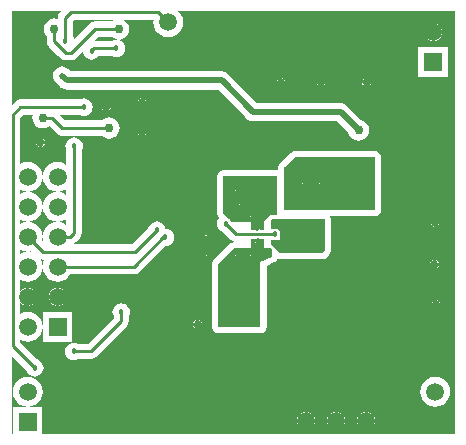
<source format=gbl>
G04 Layer_Physical_Order=2*
G04 Layer_Color=16711680*
%FSLAX44Y44*%
%MOMM*%
G71*
G01*
G75*
%ADD25C,0.5080*%
%ADD26C,0.2540*%
%ADD33C,0.7620*%
%ADD34C,0.4572*%
%ADD35C,1.5000*%
%ADD36R,1.5000X1.5000*%
%ADD37R,1.5000X1.5000*%
%ADD38C,0.6000*%
G36*
X382337Y7045D02*
X32646D01*
Y30233D01*
X7486D01*
Y7045D01*
X7045D01*
Y73334D01*
X19026Y61353D01*
X19728Y59658D01*
X20909Y58120D01*
X22447Y56939D01*
X24239Y56197D01*
X26162Y55943D01*
X28085Y56197D01*
X29877Y56939D01*
X31416Y58120D01*
X32596Y59658D01*
X33338Y61450D01*
X33592Y63373D01*
X33338Y65296D01*
X32596Y67088D01*
X31416Y68626D01*
X29877Y69807D01*
X28182Y70509D01*
X13840Y84851D01*
Y87133D01*
X16782Y85915D01*
X20066Y85483D01*
X23350Y85915D01*
X26410Y87182D01*
X29038Y89199D01*
X31055Y91827D01*
X32322Y94887D01*
X32754Y98171D01*
X32322Y101455D01*
X31055Y104515D01*
X29038Y107143D01*
X26410Y109160D01*
X23350Y110427D01*
X20066Y110859D01*
X16782Y110427D01*
X13840Y109209D01*
Y119364D01*
X14717Y118222D01*
X16284Y117020D01*
X18108Y116264D01*
X18796Y116173D01*
Y123571D01*
Y130969D01*
X18108Y130878D01*
X16284Y130122D01*
X14717Y128920D01*
X13840Y127778D01*
Y137933D01*
X16782Y136715D01*
X20066Y136283D01*
X23350Y136715D01*
X26410Y137982D01*
X29038Y139999D01*
X31055Y142627D01*
X32322Y145687D01*
X32754Y148971D01*
X32322Y152255D01*
X31055Y155315D01*
X31038Y155337D01*
X33020Y154943D01*
X34323D01*
X33210Y152255D01*
X32778Y148971D01*
X33210Y145687D01*
X34477Y142627D01*
X36494Y139999D01*
X39122Y137982D01*
X42182Y136715D01*
X45466Y136283D01*
X48750Y136715D01*
X51810Y137982D01*
X54438Y139999D01*
X56355Y142497D01*
X109982D01*
X112460Y142989D01*
X114560Y144393D01*
X136607Y166439D01*
X136652Y166433D01*
X138575Y166687D01*
X140367Y167429D01*
X141905Y168610D01*
X143086Y170148D01*
X143828Y171940D01*
X144082Y173863D01*
X143828Y175786D01*
X143086Y177578D01*
X141905Y179116D01*
X140367Y180297D01*
X138575Y181039D01*
X136797Y181273D01*
X136716Y181882D01*
X135974Y183674D01*
X134794Y185212D01*
X133255Y186393D01*
X131463Y187135D01*
X129540Y187389D01*
X127617Y187135D01*
X125825Y186393D01*
X124286Y185212D01*
X123106Y183674D01*
X122404Y181979D01*
X108316Y167891D01*
X56351D01*
X56395Y167948D01*
X58612Y168389D01*
X60712Y169793D01*
X64014Y173095D01*
X65418Y175195D01*
X65910Y177673D01*
Y247461D01*
X66612Y249156D01*
X66866Y251079D01*
X66612Y253002D01*
X65870Y254794D01*
X64689Y256332D01*
X63151Y257513D01*
X61359Y258255D01*
X59436Y258509D01*
X57513Y258255D01*
X55721Y257513D01*
X54183Y256332D01*
X53002Y254794D01*
X52260Y253002D01*
X52006Y251079D01*
X52260Y249156D01*
X52962Y247461D01*
Y235276D01*
X51810Y236160D01*
X48750Y237427D01*
X45466Y237859D01*
X42182Y237427D01*
X39122Y236160D01*
X36494Y234143D01*
X34477Y231515D01*
X33210Y228455D01*
X32778Y225171D01*
X33210Y221887D01*
X34477Y218827D01*
X36494Y216199D01*
X39122Y214182D01*
X42182Y212915D01*
X45466Y212482D01*
X48750Y212915D01*
X51810Y214182D01*
X52962Y215066D01*
Y209876D01*
X51810Y210760D01*
X48750Y212027D01*
X45466Y212460D01*
X42182Y212027D01*
X39122Y210760D01*
X36494Y208743D01*
X34477Y206115D01*
X33210Y203055D01*
X32778Y199771D01*
X33210Y196487D01*
X34477Y193427D01*
X36494Y190799D01*
X39122Y188782D01*
X42182Y187515D01*
X45466Y187083D01*
X48750Y187515D01*
X51810Y188782D01*
X52962Y189666D01*
Y184476D01*
X51810Y185360D01*
X48750Y186627D01*
X45466Y187059D01*
X42182Y186627D01*
X39122Y185360D01*
X36494Y183343D01*
X34477Y180715D01*
X33210Y177655D01*
X32778Y174371D01*
X33210Y171087D01*
X33707Y169886D01*
X32344Y171250D01*
X32754Y174371D01*
X32322Y177655D01*
X31055Y180715D01*
X29038Y183343D01*
X26410Y185360D01*
X23350Y186627D01*
X20066Y187059D01*
X16782Y186627D01*
X13840Y185409D01*
Y188733D01*
X16782Y187515D01*
X20066Y187083D01*
X23350Y187515D01*
X26410Y188782D01*
X29038Y190799D01*
X31055Y193427D01*
X32322Y196487D01*
X32754Y199771D01*
X32322Y203055D01*
X31055Y206115D01*
X29038Y208743D01*
X26410Y210760D01*
X23350Y212027D01*
X20066Y212460D01*
X16782Y212027D01*
X13840Y210809D01*
Y214133D01*
X16782Y212915D01*
X20066Y212482D01*
X23350Y212915D01*
X26410Y214182D01*
X29038Y216199D01*
X31055Y218827D01*
X32322Y221887D01*
X32754Y225171D01*
X32322Y228455D01*
X31055Y231515D01*
X29038Y234143D01*
X26410Y236160D01*
X23350Y237427D01*
X20066Y237859D01*
X16782Y237427D01*
X13840Y236209D01*
Y274813D01*
X16704Y277677D01*
X24293D01*
X24232Y277530D01*
X23926Y275209D01*
X24232Y272888D01*
X25128Y270726D01*
X26553Y268869D01*
X28410Y267444D01*
X30572Y266548D01*
X32893Y266242D01*
X35214Y266548D01*
X37376Y267444D01*
X38292Y268146D01*
X44571Y261868D01*
X46671Y260464D01*
X49149Y259972D01*
X82861D01*
X84544Y258681D01*
X86706Y257785D01*
X89027Y257479D01*
X91348Y257785D01*
X93510Y258681D01*
X95367Y260106D01*
X96792Y261963D01*
X97688Y264125D01*
X97994Y266446D01*
X97688Y268767D01*
X96792Y270929D01*
X95367Y272786D01*
X93510Y274211D01*
X91348Y275107D01*
X89027Y275413D01*
X86706Y275107D01*
X84544Y274211D01*
X82861Y272920D01*
X51831D01*
X47074Y277677D01*
X64148D01*
X65843Y276975D01*
X67766Y276721D01*
X69689Y276975D01*
X71481Y277717D01*
X73019Y278898D01*
X74200Y280436D01*
X74942Y282228D01*
X75195Y284151D01*
X74942Y286074D01*
X74200Y287866D01*
X73019Y289405D01*
X71481Y290585D01*
X69689Y291327D01*
X67766Y291581D01*
X65843Y291327D01*
X64148Y290625D01*
X14022D01*
X11544Y290133D01*
X9444Y288729D01*
X7045Y286331D01*
Y365700D01*
X48569D01*
X47365Y364496D01*
X45961Y362396D01*
X45469Y359918D01*
Y358677D01*
X44866Y358927D01*
X42545Y359233D01*
X40224Y358927D01*
X38062Y358031D01*
X36205Y356606D01*
X34780Y354749D01*
X33884Y352587D01*
X33578Y350266D01*
X33884Y347945D01*
X34780Y345783D01*
X36071Y344100D01*
Y340000D01*
X36563Y337523D01*
X37967Y335422D01*
X46393Y326996D01*
X46358Y327019D01*
X45466Y327197D01*
X44574Y327019D01*
X43818Y326514D01*
X43565Y326136D01*
X45466D01*
Y324866D01*
X46736D01*
Y322965D01*
X47114Y323218D01*
X47619Y323974D01*
X47797Y324866D01*
X47619Y325758D01*
X47596Y325793D01*
X47767Y325622D01*
X49868Y324218D01*
X52345Y323726D01*
X56642D01*
X59120Y324218D01*
X61220Y325622D01*
X66821Y331223D01*
X66992Y329928D01*
X67734Y328136D01*
X68914Y326598D01*
X70453Y325417D01*
X72245Y324675D01*
X74168Y324421D01*
X76091Y324675D01*
X77883Y325417D01*
X79422Y326598D01*
X80044Y327409D01*
X91632D01*
X93327Y326707D01*
X95250Y326453D01*
X97173Y326707D01*
X98965Y327449D01*
X100504Y328629D01*
X101684Y330168D01*
X102426Y331960D01*
X102680Y333883D01*
X102426Y335806D01*
X101684Y337598D01*
X100504Y339137D01*
X98965Y340317D01*
X97173Y341059D01*
X95250Y341313D01*
X93327Y341059D01*
X91632Y340357D01*
X76200D01*
X75895Y340297D01*
X79390Y343792D01*
X91116D01*
X92799Y342501D01*
X94961Y341605D01*
X97282Y341299D01*
X99603Y341605D01*
X101765Y342501D01*
X103622Y343926D01*
X105047Y345783D01*
X105943Y347945D01*
X106249Y350266D01*
X105943Y352587D01*
X105047Y354749D01*
X103622Y356606D01*
X101952Y357889D01*
X126755D01*
X126503Y355981D01*
X126936Y352697D01*
X128203Y349637D01*
X130220Y347009D01*
X132848Y344992D01*
X135908Y343725D01*
X139192Y343293D01*
X142476Y343725D01*
X145536Y344992D01*
X148164Y347009D01*
X150181Y349637D01*
X151448Y352697D01*
X151881Y355981D01*
X151448Y359265D01*
X150181Y362325D01*
X148164Y364953D01*
X147191Y365700D01*
X382337D01*
Y7045D01*
D02*
G37*
G36*
X91116Y356740D02*
X76708D01*
X74230Y356248D01*
X72130Y354844D01*
X59172Y341886D01*
X59119Y342283D01*
X58417Y343978D01*
Y357236D01*
X59070Y357889D01*
X92612D01*
X91116Y356740D01*
D02*
G37*
G36*
X16782Y162115D02*
X20066Y161682D01*
X23187Y162093D01*
X24551Y160730D01*
X23350Y161227D01*
X20066Y161660D01*
X16782Y161227D01*
X13840Y160009D01*
Y163333D01*
X16782Y162115D01*
D02*
G37*
%LPC*%
G36*
X172092Y363481D02*
X165862D01*
Y357251D01*
X172092D01*
Y363481D01*
D02*
G37*
G36*
X163322D02*
X157092D01*
Y357251D01*
X163322D01*
Y363481D01*
D02*
G37*
G36*
X364744Y354996D02*
Y348869D01*
X370872D01*
X370781Y349557D01*
X370025Y351381D01*
X368823Y352948D01*
X367256Y354150D01*
X365432Y354906D01*
X364744Y354996D01*
D02*
G37*
G36*
X362204D02*
X361516Y354906D01*
X359692Y354150D01*
X358125Y352948D01*
X356923Y351381D01*
X356167Y349557D01*
X356077Y348869D01*
X362204D01*
Y354996D01*
D02*
G37*
G36*
X172092Y354711D02*
X165862D01*
Y348481D01*
X172092D01*
Y354711D01*
D02*
G37*
G36*
X163322D02*
X157092D01*
Y348481D01*
X163322D01*
Y354711D01*
D02*
G37*
G36*
X370872Y346329D02*
X364744D01*
Y340201D01*
X365432Y340292D01*
X367256Y341048D01*
X368823Y342250D01*
X370025Y343817D01*
X370781Y345641D01*
X370872Y346329D01*
D02*
G37*
G36*
X362204D02*
X356077D01*
X356167Y345641D01*
X356923Y343817D01*
X358125Y342250D01*
X359692Y341048D01*
X361516Y340292D01*
X362204Y340201D01*
Y346329D01*
D02*
G37*
G36*
X44196Y323596D02*
X43565D01*
X43818Y323218D01*
X44196Y322965D01*
Y323596D01*
D02*
G37*
G36*
X376054Y334779D02*
X350894D01*
Y309619D01*
X376054D01*
Y334779D01*
D02*
G37*
G36*
X308356Y309067D02*
Y306705D01*
X310718D01*
X310675Y306922D01*
X309833Y308182D01*
X308573Y309024D01*
X308356Y309067D01*
D02*
G37*
G36*
X305816D02*
X305599Y309024D01*
X304339Y308182D01*
X303497Y306922D01*
X303454Y306705D01*
X305816D01*
Y309067D01*
D02*
G37*
G36*
X269621D02*
Y306705D01*
X271983D01*
X271940Y306922D01*
X271098Y308182D01*
X269838Y309024D01*
X269621Y309067D01*
D02*
G37*
G36*
X267081D02*
X266864Y309024D01*
X265604Y308182D01*
X264762Y306922D01*
X264719Y306705D01*
X267081D01*
Y309067D01*
D02*
G37*
G36*
X235712Y308559D02*
Y306197D01*
X238074D01*
X238031Y306414D01*
X237189Y307674D01*
X235929Y308516D01*
X235712Y308559D01*
D02*
G37*
G36*
X233172D02*
X232955Y308516D01*
X231695Y307674D01*
X230853Y306414D01*
X230810Y306197D01*
X233172D01*
Y308559D01*
D02*
G37*
G36*
X310718Y304165D02*
X308356D01*
Y301803D01*
X308573Y301846D01*
X309833Y302688D01*
X310675Y303948D01*
X310718Y304165D01*
D02*
G37*
G36*
X305816D02*
X303454D01*
X303497Y303948D01*
X304339Y302688D01*
X305599Y301846D01*
X305816Y301803D01*
Y304165D01*
D02*
G37*
G36*
X271983D02*
X269621D01*
Y301803D01*
X269838Y301846D01*
X271098Y302688D01*
X271940Y303948D01*
X271983Y304165D01*
D02*
G37*
G36*
X267081D02*
X264719D01*
X264762Y303948D01*
X265604Y302688D01*
X266864Y301846D01*
X267081Y301803D01*
Y304165D01*
D02*
G37*
G36*
X238074Y303657D02*
X235712D01*
Y301295D01*
X235929Y301338D01*
X237189Y302180D01*
X238031Y303440D01*
X238074Y303657D01*
D02*
G37*
G36*
X233172D02*
X230810D01*
X230853Y303440D01*
X231695Y302180D01*
X232955Y301338D01*
X233172Y301295D01*
Y303657D01*
D02*
G37*
G36*
X118364Y291668D02*
Y289306D01*
X120726D01*
X120683Y289523D01*
X119841Y290783D01*
X118581Y291625D01*
X118364Y291668D01*
D02*
G37*
G36*
X115824D02*
X115607Y291625D01*
X114347Y290783D01*
X113505Y289523D01*
X113462Y289306D01*
X115824D01*
Y291668D01*
D02*
G37*
G36*
X87884Y287985D02*
Y285623D01*
X90246D01*
X90203Y285840D01*
X89361Y287100D01*
X88101Y287942D01*
X87884Y287985D01*
D02*
G37*
G36*
X85344D02*
X85127Y287942D01*
X83867Y287100D01*
X83025Y285840D01*
X82982Y285623D01*
X85344D01*
Y287985D01*
D02*
G37*
G36*
X120726Y286766D02*
X118364D01*
Y284404D01*
X118581Y284447D01*
X119841Y285289D01*
X120683Y286549D01*
X120726Y286766D01*
D02*
G37*
G36*
X115824D02*
X113462D01*
X113505Y286549D01*
X114347Y285289D01*
X115607Y284447D01*
X115824Y284404D01*
Y286766D01*
D02*
G37*
G36*
X90246Y283083D02*
X87884D01*
Y280721D01*
X88101Y280764D01*
X89361Y281606D01*
X90203Y282866D01*
X90246Y283083D01*
D02*
G37*
G36*
X85344D02*
X82982D01*
X83025Y282866D01*
X83867Y281606D01*
X85127Y280764D01*
X85344Y280721D01*
Y283083D01*
D02*
G37*
G36*
X118237Y266649D02*
Y264287D01*
X120599D01*
X120556Y264504D01*
X119714Y265764D01*
X118454Y266606D01*
X118237Y266649D01*
D02*
G37*
G36*
X115697D02*
X115480Y266606D01*
X114220Y265764D01*
X113378Y264504D01*
X113335Y264287D01*
X115697D01*
Y266649D01*
D02*
G37*
G36*
X120599Y261747D02*
X118237D01*
Y259385D01*
X118454Y259428D01*
X119714Y260270D01*
X120556Y261530D01*
X120599Y261747D01*
D02*
G37*
G36*
X115697D02*
X113335D01*
X113378Y261530D01*
X114220Y260270D01*
X115480Y259428D01*
X115697Y259385D01*
Y261747D01*
D02*
G37*
G36*
X49142Y318589D02*
X47153Y318327D01*
X45299Y317559D01*
X43707Y316338D01*
X42486Y314746D01*
X41718Y312892D01*
X41456Y310903D01*
X41718Y308914D01*
X42486Y307060D01*
X43707Y305468D01*
X47905Y301270D01*
X47905Y301270D01*
X48597Y300740D01*
X49497Y300049D01*
X51351Y299281D01*
X53340Y299019D01*
X53340Y299019D01*
X181220D01*
X204029Y276210D01*
X204037Y276192D01*
X205258Y274600D01*
X206850Y273379D01*
X208704Y272611D01*
X210693Y272349D01*
X281804D01*
X291677Y262477D01*
X291694Y262347D01*
X292590Y260185D01*
X294015Y258328D01*
X295872Y256903D01*
X298034Y256007D01*
X300355Y255701D01*
X302676Y256007D01*
X304838Y256903D01*
X306695Y258328D01*
X308120Y260185D01*
X309016Y262347D01*
X309322Y264668D01*
X309016Y266989D01*
X308120Y269151D01*
X306695Y271008D01*
X304838Y272433D01*
X302676Y273329D01*
X302546Y273346D01*
X290423Y285470D01*
X288831Y286691D01*
X288288Y286916D01*
X286977Y287459D01*
X284988Y287721D01*
X214258D01*
X189839Y312140D01*
X188247Y313361D01*
X187704Y313586D01*
X186393Y314129D01*
X184404Y314391D01*
X56524D01*
X54577Y316338D01*
X52985Y317559D01*
X51131Y318327D01*
X49142Y318589D01*
D02*
G37*
G36*
X32131Y257886D02*
Y255524D01*
X34493D01*
X34450Y255741D01*
X33608Y257001D01*
X32348Y257843D01*
X32131Y257886D01*
D02*
G37*
G36*
X29591D02*
X29374Y257843D01*
X28114Y257001D01*
X27272Y255741D01*
X27229Y255524D01*
X29591D01*
Y257886D01*
D02*
G37*
G36*
X34493Y252984D02*
X32131D01*
Y250622D01*
X32348Y250665D01*
X33608Y251507D01*
X34450Y252767D01*
X34493Y252984D01*
D02*
G37*
G36*
X29591D02*
X27229D01*
X27272Y252767D01*
X28114Y251507D01*
X29374Y250665D01*
X29591Y250622D01*
Y252984D01*
D02*
G37*
G36*
X246380Y247115D02*
X244398Y246720D01*
X242717Y245597D01*
X234081Y236961D01*
X233827Y236707D01*
X232705Y235027D01*
X232311Y233045D01*
Y230422D01*
X231394Y230604D01*
X185870D01*
X183888Y230210D01*
X182208Y229088D01*
X181085Y227407D01*
X180690Y225425D01*
X180690Y194241D01*
D01*
Y194241D01*
X181085Y192259D01*
X181535Y191586D01*
X182208Y190578D01*
X182208Y190578D01*
X182250Y190536D01*
X181272Y189262D01*
X180530Y187470D01*
X180276Y185547D01*
X180530Y183624D01*
X181272Y181832D01*
X182453Y180294D01*
X183991Y179113D01*
X185686Y178411D01*
X192272Y171825D01*
X194372Y170421D01*
X196850Y169929D01*
X204116D01*
Y169645D01*
X194564D01*
X192582Y169250D01*
X190902Y168127D01*
X177948Y155174D01*
X176825Y153493D01*
X176430Y151511D01*
Y97790D01*
X176825Y95808D01*
X177948Y94128D01*
X179628Y93005D01*
X181610Y92611D01*
X217170D01*
X219152Y93005D01*
X220833Y94128D01*
X221955Y95808D01*
X222349Y97790D01*
Y149678D01*
X228937Y152625D01*
X229703Y153168D01*
X230485Y153691D01*
X230525Y153752D01*
X230585Y153794D01*
X231085Y154590D01*
X231607Y155371D01*
X231622Y155443D01*
X231661Y155506D01*
X231689Y155669D01*
X232664Y155476D01*
X269494D01*
X271476Y155870D01*
X273157Y156993D01*
X275189Y159024D01*
X276311Y160705D01*
X276705Y162687D01*
Y189611D01*
X276311Y191593D01*
X276005Y192052D01*
X311792D01*
X311962Y191938D01*
X313944Y191544D01*
X315926Y191938D01*
X317607Y193060D01*
X317861Y193314D01*
X318983Y194995D01*
X319377Y196977D01*
Y241935D01*
X318983Y243917D01*
X317861Y245597D01*
X316180Y246720D01*
X314198Y247115D01*
X246380D01*
X246380Y247115D01*
D02*
G37*
G36*
X366395Y190322D02*
Y187960D01*
X368757D01*
X368714Y188177D01*
X367872Y189437D01*
X366612Y190279D01*
X366395Y190322D01*
D02*
G37*
G36*
X363855D02*
X363638Y190279D01*
X362378Y189437D01*
X361536Y188177D01*
X361493Y187960D01*
X363855D01*
Y190322D01*
D02*
G37*
G36*
X368757Y185420D02*
X366395D01*
Y183058D01*
X366612Y183101D01*
X367872Y183943D01*
X368714Y185203D01*
X368757Y185420D01*
D02*
G37*
G36*
X363855D02*
X361493D01*
X361536Y185203D01*
X362378Y183943D01*
X363638Y183101D01*
X363855Y183058D01*
Y185420D01*
D02*
G37*
G36*
X170180Y180179D02*
Y178689D01*
X171670D01*
X171073Y179582D01*
X170180Y180179D01*
D02*
G37*
G36*
X167640D02*
X166747Y179582D01*
X166150Y178689D01*
X167640D01*
Y180179D01*
D02*
G37*
G36*
X171670Y176149D02*
X170180D01*
Y174660D01*
X171073Y175256D01*
X171670Y176149D01*
D02*
G37*
G36*
X167640D02*
X166150D01*
X166747Y175256D01*
X167640Y174660D01*
Y176149D01*
D02*
G37*
G36*
X180095Y162048D02*
Y161417D01*
X180725D01*
X180473Y161795D01*
X180095Y162048D01*
D02*
G37*
G36*
X177554D02*
X177176Y161795D01*
X176924Y161417D01*
X177554D01*
Y162048D01*
D02*
G37*
G36*
X171073D02*
Y161417D01*
X171704D01*
X171451Y161795D01*
X171073Y162048D01*
D02*
G37*
G36*
X168533D02*
X168155Y161795D01*
X167903Y161417D01*
X168533D01*
Y162048D01*
D02*
G37*
G36*
X180725Y158877D02*
X180095D01*
Y158246D01*
X180473Y158499D01*
X180725Y158877D01*
D02*
G37*
G36*
X177554D02*
X176924D01*
X177176Y158499D01*
X177554Y158246D01*
Y158877D01*
D02*
G37*
G36*
X171704D02*
X171073D01*
Y158246D01*
X171451Y158499D01*
X171704Y158877D01*
D02*
G37*
G36*
X168533D02*
X167903D01*
X168155Y158499D01*
X168533Y158246D01*
Y158877D01*
D02*
G37*
G36*
X170819Y153920D02*
Y153289D01*
X171450D01*
X171197Y153667D01*
X170819Y153920D01*
D02*
G37*
G36*
X168279D02*
X167901Y153667D01*
X167649Y153289D01*
X168279D01*
Y153920D01*
D02*
G37*
G36*
X365633Y154381D02*
Y152019D01*
X367995D01*
X367952Y152236D01*
X367110Y153496D01*
X365850Y154338D01*
X365633Y154381D01*
D02*
G37*
G36*
X363093D02*
X362876Y154338D01*
X361616Y153496D01*
X360774Y152236D01*
X360731Y152019D01*
X363093D01*
Y154381D01*
D02*
G37*
G36*
X171450Y150749D02*
X170819D01*
Y150118D01*
X171197Y150371D01*
X171450Y150749D01*
D02*
G37*
G36*
X168279D02*
X167649D01*
X167901Y150371D01*
X168279Y150118D01*
Y150749D01*
D02*
G37*
G36*
X367995Y149479D02*
X365633D01*
Y147117D01*
X365850Y147160D01*
X367110Y148002D01*
X367952Y149262D01*
X367995Y149479D01*
D02*
G37*
G36*
X363093D02*
X360731D01*
X360774Y149262D01*
X361616Y148002D01*
X362876Y147160D01*
X363093Y147117D01*
Y149479D01*
D02*
G37*
G36*
X171073Y145538D02*
Y144907D01*
X171704D01*
X171451Y145285D01*
X171073Y145538D01*
D02*
G37*
G36*
X168533D02*
X168155Y145285D01*
X167903Y144907D01*
X168533D01*
Y145538D01*
D02*
G37*
G36*
X171704Y142367D02*
X171073D01*
Y141736D01*
X171451Y141989D01*
X171704Y142367D01*
D02*
G37*
G36*
X168533D02*
X167903D01*
X168155Y141989D01*
X168533Y141736D01*
Y142367D01*
D02*
G37*
G36*
X46736Y130969D02*
Y124841D01*
X52863D01*
X52773Y125529D01*
X52017Y127353D01*
X50815Y128920D01*
X49248Y130122D01*
X47424Y130878D01*
X46736Y130969D01*
D02*
G37*
G36*
X21336D02*
Y124841D01*
X27464D01*
X27373Y125529D01*
X26617Y127353D01*
X25415Y128920D01*
X23848Y130122D01*
X22024Y130878D01*
X21336Y130969D01*
D02*
G37*
G36*
X44196D02*
X43508Y130878D01*
X41684Y130122D01*
X40117Y128920D01*
X38915Y127353D01*
X38159Y125529D01*
X38068Y124841D01*
X44196D01*
Y130969D01*
D02*
G37*
G36*
X367030Y120599D02*
Y118237D01*
X369392D01*
X369349Y118454D01*
X368507Y119714D01*
X367247Y120556D01*
X367030Y120599D01*
D02*
G37*
G36*
X364490D02*
X364273Y120556D01*
X363013Y119714D01*
X362171Y118454D01*
X362128Y118237D01*
X364490D01*
Y120599D01*
D02*
G37*
G36*
X52863Y122301D02*
X46736D01*
Y116173D01*
X47424Y116264D01*
X49248Y117020D01*
X50815Y118222D01*
X52017Y119789D01*
X52773Y121613D01*
X52863Y122301D01*
D02*
G37*
G36*
X27464D02*
X21336D01*
Y116173D01*
X22024Y116264D01*
X23848Y117020D01*
X25415Y118222D01*
X26617Y119789D01*
X27373Y121613D01*
X27464Y122301D01*
D02*
G37*
G36*
X44196D02*
X38068D01*
X38159Y121613D01*
X38915Y119789D01*
X40117Y118222D01*
X41684Y117020D01*
X43508Y116264D01*
X44196Y116173D01*
Y122301D01*
D02*
G37*
G36*
X369392Y115697D02*
X367030D01*
Y113335D01*
X367247Y113378D01*
X368507Y114220D01*
X369349Y115480D01*
X369392Y115697D01*
D02*
G37*
G36*
X364490D02*
X362128D01*
X362171Y115480D01*
X363013Y114220D01*
X364273Y113378D01*
X364490Y113335D01*
Y115697D01*
D02*
G37*
G36*
X165227Y103708D02*
Y101346D01*
X167589D01*
X167546Y101563D01*
X166704Y102823D01*
X165444Y103665D01*
X165227Y103708D01*
D02*
G37*
G36*
X162687D02*
X162470Y103665D01*
X161210Y102823D01*
X160368Y101563D01*
X160325Y101346D01*
X162687D01*
Y103708D01*
D02*
G37*
G36*
X167589Y98806D02*
X165227D01*
Y96444D01*
X165444Y96487D01*
X166704Y97329D01*
X167546Y98589D01*
X167589Y98806D01*
D02*
G37*
G36*
X162687D02*
X160325D01*
X160368Y98589D01*
X161210Y97329D01*
X162470Y96487D01*
X162687Y96444D01*
Y98806D01*
D02*
G37*
G36*
X58046Y110751D02*
X32886D01*
Y85591D01*
X58046D01*
Y110751D01*
D02*
G37*
G36*
X99314Y118047D02*
X97391Y117793D01*
X95599Y117051D01*
X94060Y115871D01*
X92880Y114332D01*
X92138Y112540D01*
X91884Y110617D01*
X92138Y108694D01*
X92840Y106999D01*
Y105679D01*
X70978Y83817D01*
X62800D01*
X61105Y84519D01*
X59182Y84773D01*
X57259Y84519D01*
X55467Y83777D01*
X53928Y82597D01*
X52748Y81058D01*
X52006Y79266D01*
X51752Y77343D01*
X52006Y75420D01*
X52748Y73628D01*
X53928Y72090D01*
X55467Y70909D01*
X57259Y70167D01*
X59182Y69913D01*
X61105Y70167D01*
X62800Y70869D01*
X73660D01*
X76138Y71361D01*
X78238Y72765D01*
X103892Y98419D01*
X105296Y100519D01*
X105788Y102997D01*
Y106999D01*
X106490Y108694D01*
X106744Y110617D01*
X106490Y112540D01*
X105748Y114332D01*
X104567Y115871D01*
X103029Y117051D01*
X101237Y117793D01*
X99314Y118047D01*
D02*
G37*
G36*
X365252Y55995D02*
X361968Y55563D01*
X358908Y54296D01*
X356280Y52279D01*
X354263Y49651D01*
X352996Y46591D01*
X352564Y43307D01*
X352996Y40023D01*
X354263Y36963D01*
X356280Y34335D01*
X358908Y32318D01*
X361968Y31051D01*
X365252Y30619D01*
X368536Y31051D01*
X371596Y32318D01*
X374224Y34335D01*
X376241Y36963D01*
X377508Y40023D01*
X377940Y43307D01*
X377508Y46591D01*
X376241Y49651D01*
X374224Y52279D01*
X371596Y54296D01*
X368536Y55563D01*
X365252Y55995D01*
D02*
G37*
G36*
X20066Y55742D02*
X16782Y55309D01*
X13722Y54042D01*
X11094Y52025D01*
X9077Y49397D01*
X7810Y46337D01*
X7377Y43053D01*
X7810Y39769D01*
X9077Y36709D01*
X11094Y34081D01*
X13722Y32064D01*
X16782Y30797D01*
X20066Y30364D01*
X23350Y30797D01*
X26410Y32064D01*
X29038Y34081D01*
X31055Y36709D01*
X32322Y39769D01*
X32754Y43053D01*
X32322Y46337D01*
X31055Y49397D01*
X29038Y52025D01*
X26410Y54042D01*
X23350Y55309D01*
X20066Y55742D01*
D02*
G37*
G36*
X307848Y26067D02*
Y19939D01*
X313976D01*
X313885Y20627D01*
X313129Y22451D01*
X311927Y24018D01*
X310360Y25220D01*
X308536Y25976D01*
X307848Y26067D01*
D02*
G37*
G36*
X305308D02*
X304620Y25976D01*
X302796Y25220D01*
X301229Y24018D01*
X300027Y22451D01*
X299271Y20627D01*
X299181Y19939D01*
X305308D01*
Y26067D01*
D02*
G37*
G36*
X282448D02*
Y19939D01*
X288575D01*
X288485Y20627D01*
X287729Y22451D01*
X286527Y24018D01*
X284960Y25220D01*
X283136Y25976D01*
X282448Y26067D01*
D02*
G37*
G36*
X279908D02*
X279220Y25976D01*
X277396Y25220D01*
X275829Y24018D01*
X274627Y22451D01*
X273871Y20627D01*
X273780Y19939D01*
X279908D01*
Y26067D01*
D02*
G37*
G36*
X257048D02*
Y19939D01*
X263176D01*
X263085Y20627D01*
X262329Y22451D01*
X261127Y24018D01*
X259560Y25220D01*
X257736Y25976D01*
X257048Y26067D01*
D02*
G37*
G36*
X254508D02*
X253820Y25976D01*
X251996Y25220D01*
X250429Y24018D01*
X249227Y22451D01*
X248471Y20627D01*
X248381Y19939D01*
X254508D01*
Y26067D01*
D02*
G37*
G36*
X237878Y26169D02*
X231648D01*
Y19939D01*
X237878D01*
Y26169D01*
D02*
G37*
G36*
X229108D02*
X222878D01*
Y19939D01*
X229108D01*
Y26169D01*
D02*
G37*
G36*
X372752Y25407D02*
X366522D01*
Y19177D01*
X372752D01*
Y25407D01*
D02*
G37*
G36*
X363982D02*
X357752D01*
Y19177D01*
X363982D01*
Y25407D01*
D02*
G37*
G36*
X313976Y17399D02*
X307848D01*
Y11272D01*
X308536Y11362D01*
X310360Y12118D01*
X311927Y13320D01*
X313129Y14887D01*
X313885Y16711D01*
X313976Y17399D01*
D02*
G37*
G36*
X305308D02*
X299181D01*
X299271Y16711D01*
X300027Y14887D01*
X301229Y13320D01*
X302796Y12118D01*
X304620Y11362D01*
X305308Y11272D01*
Y17399D01*
D02*
G37*
G36*
X288575D02*
X282448D01*
Y11272D01*
X283136Y11362D01*
X284960Y12118D01*
X286527Y13320D01*
X287729Y14887D01*
X288485Y16711D01*
X288575Y17399D01*
D02*
G37*
G36*
X279908D02*
X273780D01*
X273871Y16711D01*
X274627Y14887D01*
X275829Y13320D01*
X277396Y12118D01*
X279220Y11362D01*
X279908Y11272D01*
Y17399D01*
D02*
G37*
G36*
X263176D02*
X257048D01*
Y11272D01*
X257736Y11362D01*
X259560Y12118D01*
X261127Y13320D01*
X262329Y14887D01*
X263085Y16711D01*
X263176Y17399D01*
D02*
G37*
G36*
X254508D02*
X248381D01*
X248471Y16711D01*
X249227Y14887D01*
X250429Y13320D01*
X251996Y12118D01*
X253820Y11362D01*
X254508Y11272D01*
Y17399D01*
D02*
G37*
G36*
X237878D02*
X231648D01*
Y11169D01*
X237878D01*
Y17399D01*
D02*
G37*
G36*
X229108D02*
X222878D01*
Y11169D01*
X229108D01*
Y17399D01*
D02*
G37*
G36*
X372752Y16637D02*
X366522D01*
Y10407D01*
X372752D01*
Y16637D01*
D02*
G37*
G36*
X363982D02*
X357752D01*
Y10407D01*
X363982D01*
Y16637D01*
D02*
G37*
%LPD*%
G36*
X314198Y196977D02*
X313944Y196723D01*
X313436Y197231D01*
X237490D01*
Y197485D01*
Y233045D01*
X237744Y233299D01*
X246380Y241935D01*
X314198D01*
Y196977D01*
D02*
G37*
G36*
X231394Y192659D02*
X225044D01*
X219964Y187579D01*
X220130Y187413D01*
Y180288D01*
X216295D01*
X216531Y180641D01*
X212729D01*
X212965Y180288D01*
X209130D01*
Y185103D01*
X209042Y187071D01*
X193040D01*
X191388Y188723D01*
X191185Y189026D01*
X190882Y189229D01*
X185870Y194241D01*
X185870Y225425D01*
X231394D01*
X231394Y192659D01*
D02*
G37*
G36*
X220130Y167703D02*
Y164553D01*
X225942Y164477D01*
X226822Y163596D01*
Y157353D01*
X217170Y153035D01*
Y97790D01*
X181610D01*
Y151511D01*
X194564Y164465D01*
X209296D01*
Y167537D01*
Y172518D01*
X213192D01*
X213109Y172463D01*
X212856Y172085D01*
X216658D01*
X216405Y172463D01*
X216322Y172518D01*
X220130D01*
Y167703D01*
D02*
G37*
G36*
X271526Y162687D02*
X269494Y160655D01*
X232664D01*
Y161417D01*
X226060Y168021D01*
Y171577D01*
X228633D01*
X229108Y171483D01*
X229583Y171577D01*
X233426D01*
Y172085D01*
Y174179D01*
X233654Y174520D01*
X234028Y176403D01*
X233654Y178286D01*
X233426Y178627D01*
Y179451D01*
X232664Y180213D01*
X231648Y181229D01*
X229583D01*
X229108Y181324D01*
X228633Y181229D01*
X225806D01*
Y188087D01*
X226060Y188341D01*
X227330Y189611D01*
X271526D01*
Y162687D01*
D02*
G37*
%LPC*%
G36*
X302260Y236089D02*
Y235458D01*
X302891D01*
X302638Y235836D01*
X302260Y236089D01*
D02*
G37*
G36*
X299720D02*
X299342Y235836D01*
X299089Y235458D01*
X299720D01*
Y236089D01*
D02*
G37*
G36*
X270002Y235200D02*
Y234569D01*
X270633D01*
X270380Y234947D01*
X270002Y235200D01*
D02*
G37*
G36*
X267462D02*
X267084Y234947D01*
X266831Y234569D01*
X267462D01*
Y235200D01*
D02*
G37*
G36*
X302891Y232918D02*
X302260D01*
Y232287D01*
X302638Y232540D01*
X302891Y232918D01*
D02*
G37*
G36*
X299720D02*
X299089D01*
X299342Y232540D01*
X299720Y232287D01*
Y232918D01*
D02*
G37*
G36*
X270633Y232029D02*
X270002D01*
Y231398D01*
X270380Y231651D01*
X270633Y232029D01*
D02*
G37*
G36*
X267462D02*
X266831D01*
X267084Y231651D01*
X267462Y231398D01*
Y232029D01*
D02*
G37*
G36*
X252603Y223135D02*
Y222504D01*
X253234D01*
X252981Y222882D01*
X252603Y223135D01*
D02*
G37*
G36*
X250063D02*
X249685Y222882D01*
X249432Y222504D01*
X250063D01*
Y223135D01*
D02*
G37*
G36*
X270256Y223008D02*
Y222377D01*
X270887D01*
X270634Y222755D01*
X270256Y223008D01*
D02*
G37*
G36*
X267716D02*
X267338Y222755D01*
X267085Y222377D01*
X267716D01*
Y223008D01*
D02*
G37*
G36*
X253234Y219964D02*
X252603D01*
Y219333D01*
X252981Y219586D01*
X253234Y219964D01*
D02*
G37*
G36*
X250063D02*
X249432D01*
X249685Y219586D01*
X250063Y219333D01*
Y219964D01*
D02*
G37*
G36*
X270887Y219837D02*
X270256D01*
Y219206D01*
X270634Y219459D01*
X270887Y219837D01*
D02*
G37*
G36*
X267716D02*
X267085D01*
X267338Y219459D01*
X267716Y219206D01*
Y219837D01*
D02*
G37*
G36*
X223520Y217420D02*
Y216789D01*
X224151D01*
X223898Y217167D01*
X223520Y217420D01*
D02*
G37*
G36*
X220980D02*
X220602Y217167D01*
X220349Y216789D01*
X220980D01*
Y217420D01*
D02*
G37*
G36*
X210820D02*
Y216789D01*
X211451D01*
X211198Y217167D01*
X210820Y217420D01*
D02*
G37*
G36*
X208280D02*
X207902Y217167D01*
X207649Y216789D01*
X208280D01*
Y217420D01*
D02*
G37*
G36*
X198882Y217166D02*
Y216535D01*
X199513D01*
X199260Y216913D01*
X198882Y217166D01*
D02*
G37*
G36*
X196342D02*
X195964Y216913D01*
X195711Y216535D01*
X196342D01*
Y217166D01*
D02*
G37*
G36*
X224151Y214249D02*
X223520D01*
Y213618D01*
X223898Y213871D01*
X224151Y214249D01*
D02*
G37*
G36*
X220980D02*
X220349D01*
X220602Y213871D01*
X220980Y213618D01*
Y214249D01*
D02*
G37*
G36*
X211451D02*
X210820D01*
Y213618D01*
X211198Y213871D01*
X211451Y214249D01*
D02*
G37*
G36*
X208280D02*
X207649D01*
X207902Y213871D01*
X208280Y213618D01*
Y214249D01*
D02*
G37*
G36*
X199513Y213995D02*
X198882D01*
Y213364D01*
X199260Y213617D01*
X199513Y213995D01*
D02*
G37*
G36*
X196342D02*
X195711D01*
X195964Y213617D01*
X196342Y213364D01*
Y213995D01*
D02*
G37*
G36*
X224028Y205736D02*
Y205105D01*
X224659D01*
X224406Y205483D01*
X224028Y205736D01*
D02*
G37*
G36*
X221488D02*
X221110Y205483D01*
X220857Y205105D01*
X221488D01*
Y205736D01*
D02*
G37*
G36*
X211328D02*
Y205105D01*
X211959D01*
X211706Y205483D01*
X211328Y205736D01*
D02*
G37*
G36*
X208788D02*
X208410Y205483D01*
X208157Y205105D01*
X208788D01*
Y205736D01*
D02*
G37*
G36*
X199390Y205482D02*
Y204851D01*
X200021D01*
X199768Y205229D01*
X199390Y205482D01*
D02*
G37*
G36*
X196850D02*
X196472Y205229D01*
X196219Y204851D01*
X196850D01*
Y205482D01*
D02*
G37*
G36*
X224659Y202565D02*
X224028D01*
Y201934D01*
X224406Y202187D01*
X224659Y202565D01*
D02*
G37*
G36*
X221488D02*
X220857D01*
X221110Y202187D01*
X221488Y201934D01*
Y202565D01*
D02*
G37*
G36*
X211959D02*
X211328D01*
Y201934D01*
X211706Y202187D01*
X211959Y202565D01*
D02*
G37*
G36*
X208788D02*
X208157D01*
X208410Y202187D01*
X208788Y201934D01*
Y202565D01*
D02*
G37*
G36*
X200021Y202311D02*
X199390D01*
Y201680D01*
X199768Y201933D01*
X200021Y202311D01*
D02*
G37*
G36*
X196850D02*
X196219D01*
X196472Y201933D01*
X196850Y201680D01*
Y202311D01*
D02*
G37*
G36*
X199390Y195830D02*
Y195199D01*
X200021D01*
X199768Y195577D01*
X199390Y195830D01*
D02*
G37*
G36*
X196850D02*
X196472Y195577D01*
X196219Y195199D01*
X196850D01*
Y195830D01*
D02*
G37*
G36*
X221488Y195576D02*
Y194945D01*
X222119D01*
X221866Y195323D01*
X221488Y195576D01*
D02*
G37*
G36*
X218948D02*
X218570Y195323D01*
X218317Y194945D01*
X218948D01*
Y195576D01*
D02*
G37*
G36*
X211328Y195322D02*
Y194691D01*
X211959D01*
X211706Y195069D01*
X211328Y195322D01*
D02*
G37*
G36*
X208788D02*
X208410Y195069D01*
X208157Y194691D01*
X208788D01*
Y195322D01*
D02*
G37*
G36*
X200021Y192659D02*
X199390D01*
Y192028D01*
X199768Y192281D01*
X200021Y192659D01*
D02*
G37*
G36*
X196850D02*
X196219D01*
X196472Y192281D01*
X196850Y192028D01*
Y192659D01*
D02*
G37*
G36*
X222119Y192405D02*
X221488D01*
Y191774D01*
X221866Y192027D01*
X222119Y192405D01*
D02*
G37*
G36*
X218948D02*
X218317D01*
X218570Y192027D01*
X218948Y191774D01*
Y192405D01*
D02*
G37*
G36*
X211959Y192151D02*
X211328D01*
Y191520D01*
X211706Y191773D01*
X211959Y192151D01*
D02*
G37*
G36*
X208788D02*
X208157D01*
X208410Y191773D01*
X208788Y191520D01*
Y192151D01*
D02*
G37*
G36*
X215900Y183812D02*
Y183181D01*
X216531D01*
X216278Y183559D01*
X215900Y183812D01*
D02*
G37*
G36*
X213360D02*
X212982Y183559D01*
X212729Y183181D01*
X213360D01*
Y183812D01*
D02*
G37*
G36*
X216658Y169545D02*
X216027D01*
Y168914D01*
X216405Y169167D01*
X216658Y169545D01*
D02*
G37*
G36*
X213487D02*
X212856D01*
X213109Y169167D01*
X213487Y168914D01*
Y169545D01*
D02*
G37*
G36*
X223266Y162556D02*
Y161925D01*
X223897D01*
X223644Y162303D01*
X223266Y162556D01*
D02*
G37*
G36*
X220726D02*
X220348Y162303D01*
X220095Y161925D01*
X220726D01*
Y162556D01*
D02*
G37*
G36*
X211836Y162048D02*
Y161417D01*
X212467D01*
X212214Y161795D01*
X211836Y162048D01*
D02*
G37*
G36*
X209296D02*
X208918Y161795D01*
X208665Y161417D01*
X209296D01*
Y162048D01*
D02*
G37*
G36*
X199136D02*
Y161417D01*
X199767D01*
X199514Y161795D01*
X199136Y162048D01*
D02*
G37*
G36*
X196596D02*
X196218Y161795D01*
X195965Y161417D01*
X196596D01*
Y162048D01*
D02*
G37*
G36*
X223897Y159385D02*
X223266D01*
Y158754D01*
X223644Y159007D01*
X223897Y159385D01*
D02*
G37*
G36*
X220726D02*
X220095D01*
X220348Y159007D01*
X220726Y158754D01*
Y159385D01*
D02*
G37*
G36*
X212467Y158877D02*
X211836D01*
Y158246D01*
X212214Y158499D01*
X212467Y158877D01*
D02*
G37*
G36*
X209296D02*
X208665D01*
X208918Y158499D01*
X209296Y158246D01*
Y158877D01*
D02*
G37*
G36*
X199767D02*
X199136D01*
Y158246D01*
X199514Y158499D01*
X199767Y158877D01*
D02*
G37*
G36*
X196596D02*
X195965D01*
X196218Y158499D01*
X196596Y158246D01*
Y158877D01*
D02*
G37*
G36*
X191901Y153412D02*
Y152781D01*
X192532D01*
X192279Y153159D01*
X191901Y153412D01*
D02*
G37*
G36*
X189361D02*
X188983Y153159D01*
X188731Y152781D01*
X189361D01*
Y153412D01*
D02*
G37*
G36*
X192532Y150241D02*
X191901D01*
Y149610D01*
X192279Y149863D01*
X192532Y150241D01*
D02*
G37*
G36*
X189361D02*
X188731D01*
X188983Y149863D01*
X189361Y149610D01*
Y150241D01*
D02*
G37*
G36*
X191901Y142490D02*
Y141859D01*
X192532D01*
X192279Y142237D01*
X191901Y142490D01*
D02*
G37*
G36*
X189361D02*
X188983Y142237D01*
X188731Y141859D01*
X189361D01*
Y142490D01*
D02*
G37*
G36*
X192532Y139319D02*
X191901D01*
Y138688D01*
X192279Y138941D01*
X192532Y139319D01*
D02*
G37*
G36*
X189361D02*
X188731D01*
X188983Y138941D01*
X189361Y138688D01*
Y139319D01*
D02*
G37*
G36*
X191901Y131314D02*
Y130683D01*
X192532D01*
X192279Y131061D01*
X191901Y131314D01*
D02*
G37*
G36*
X189361D02*
X188983Y131061D01*
X188731Y130683D01*
X189361D01*
Y131314D01*
D02*
G37*
G36*
X192532Y128143D02*
X191901D01*
Y127512D01*
X192279Y127765D01*
X192532Y128143D01*
D02*
G37*
G36*
X189361D02*
X188731D01*
X188983Y127765D01*
X189361Y127512D01*
Y128143D01*
D02*
G37*
G36*
X266954Y166620D02*
Y165989D01*
X267585D01*
X267332Y166367D01*
X266954Y166620D01*
D02*
G37*
G36*
X264414D02*
X264036Y166367D01*
X263783Y165989D01*
X264414D01*
Y166620D01*
D02*
G37*
G36*
X258064D02*
Y165989D01*
X258695D01*
X258442Y166367D01*
X258064Y166620D01*
D02*
G37*
G36*
X255524D02*
X255146Y166367D01*
X254893Y165989D01*
X255524D01*
Y166620D01*
D02*
G37*
G36*
X248920D02*
Y165989D01*
X249551D01*
X249298Y166367D01*
X248920Y166620D01*
D02*
G37*
G36*
X246380D02*
X246002Y166367D01*
X245749Y165989D01*
X246380D01*
Y166620D01*
D02*
G37*
G36*
X237998D02*
Y165989D01*
X238629D01*
X238376Y166367D01*
X237998Y166620D01*
D02*
G37*
G36*
X235458D02*
X235080Y166367D01*
X234827Y165989D01*
X235458D01*
Y166620D01*
D02*
G37*
G36*
X267585Y163449D02*
X266954D01*
Y162818D01*
X267332Y163071D01*
X267585Y163449D01*
D02*
G37*
G36*
X264414D02*
X263783D01*
X264036Y163071D01*
X264414Y162818D01*
Y163449D01*
D02*
G37*
G36*
X258695D02*
X258064D01*
Y162818D01*
X258442Y163071D01*
X258695Y163449D01*
D02*
G37*
G36*
X255524D02*
X254893D01*
X255146Y163071D01*
X255524Y162818D01*
Y163449D01*
D02*
G37*
G36*
X249551D02*
X248920D01*
Y162818D01*
X249298Y163071D01*
X249551Y163449D01*
D02*
G37*
G36*
X246380D02*
X245749D01*
X246002Y163071D01*
X246380Y162818D01*
Y163449D01*
D02*
G37*
G36*
X238629D02*
X237998D01*
Y162818D01*
X238376Y163071D01*
X238629Y163449D01*
D02*
G37*
G36*
X235458D02*
X234827D01*
X235080Y163071D01*
X235458Y162818D01*
Y163449D01*
D02*
G37*
%LPD*%
D25*
X284988Y280035D02*
X300355Y264668D01*
X210693Y280035D02*
X284988D01*
X184404Y306705D02*
X210693Y280416D01*
X49142Y310903D02*
X53340Y306705D01*
X184404D01*
D26*
X99314Y102997D02*
Y110617D01*
X73660Y77343D02*
X99314Y102997D01*
X59182Y77343D02*
X73660D01*
X76708Y350266D02*
X97282D01*
X56642Y330200D02*
X76708Y350266D01*
X52345Y330200D02*
X56642D01*
X42545Y340000D02*
X52345Y330200D01*
X42545Y340000D02*
Y350266D01*
X74168Y331851D02*
X76200Y333883D01*
X51943Y340360D02*
Y359918D01*
X49149Y266446D02*
X89027D01*
X40386Y275209D02*
X49149Y266446D01*
X32893Y275209D02*
X40386D01*
X59436Y177673D02*
Y251079D01*
X45466Y174371D02*
X56134D01*
X59436Y177673D01*
X7366Y277495D02*
X14022Y284151D01*
X7366Y82169D02*
X26162Y63373D01*
X7366Y82169D02*
Y277495D01*
X20066Y174371D02*
X33020Y161417D01*
X110998D01*
X129540Y179959D01*
X45466Y148971D02*
X109982D01*
X135890Y174879D02*
X136652Y174117D01*
Y173863D02*
Y174117D01*
X109982Y148971D02*
X135890Y174879D01*
X76200Y333883D02*
X95250D01*
X56388Y364363D02*
X130810D01*
X139192Y355981D01*
X196850Y176403D02*
X229108D01*
X51943Y359918D02*
X56388Y364363D01*
X14022Y284151D02*
X67766D01*
X187706Y185547D02*
X196850Y176403D01*
D33*
X300355Y264668D02*
D03*
X86614Y284353D02*
D03*
X117094Y288036D02*
D03*
X42545Y350266D02*
D03*
X97282D02*
D03*
X32893Y275209D02*
D03*
X89027Y266446D02*
D03*
X30861Y254254D02*
D03*
X234442Y304927D02*
D03*
X268351Y305435D02*
D03*
X307086D02*
D03*
X365125Y186690D02*
D03*
X364363Y150749D02*
D03*
X365760Y116967D02*
D03*
X163957Y100076D02*
D03*
X116967Y263017D02*
D03*
D34*
X268732Y233299D02*
D03*
X300990Y234188D02*
D03*
X268986Y221107D02*
D03*
X251333Y221234D02*
D03*
X222758Y203835D02*
D03*
X198120Y203581D02*
D03*
X210058Y203835D02*
D03*
X198120Y193929D02*
D03*
X210058Y193421D02*
D03*
X220218Y193675D02*
D03*
X190631Y129413D02*
D03*
Y140589D02*
D03*
Y151511D02*
D03*
X197866Y160147D02*
D03*
X210566D02*
D03*
X221996Y160655D02*
D03*
X209550Y215519D02*
D03*
X197612Y215265D02*
D03*
X222250Y215519D02*
D03*
X236728Y164719D02*
D03*
X247650D02*
D03*
X256794D02*
D03*
X265684D02*
D03*
X169803Y160147D02*
D03*
X178825D02*
D03*
X169549Y152019D02*
D03*
X169803Y143637D02*
D03*
X214630Y181911D02*
D03*
X214757Y170815D02*
D03*
X45466Y324866D02*
D03*
X99314Y110617D02*
D03*
X74168Y331851D02*
D03*
X51943Y340360D02*
D03*
X229108Y176403D02*
D03*
X26162Y63373D02*
D03*
X59436Y251079D02*
D03*
X129540Y179959D02*
D03*
X136652Y173863D02*
D03*
X49142Y310903D02*
D03*
X59182Y77343D02*
D03*
X95250Y333883D02*
D03*
X67766Y284151D02*
D03*
X187706Y185547D02*
D03*
D35*
X365252Y43307D02*
D03*
X255778Y18669D02*
D03*
X281178D02*
D03*
X306578D02*
D03*
X20066Y43053D02*
D03*
X139192Y355981D02*
D03*
X20066Y225171D02*
D03*
Y199771D02*
D03*
Y174371D02*
D03*
Y148971D02*
D03*
Y123571D02*
D03*
Y98171D02*
D03*
X45466Y225171D02*
D03*
Y199771D02*
D03*
Y174371D02*
D03*
Y148971D02*
D03*
Y123571D02*
D03*
X363474Y347599D02*
D03*
D36*
X365252Y17907D02*
D03*
X20066Y17653D02*
D03*
X45466Y98171D02*
D03*
X363474Y322199D02*
D03*
D37*
X230378Y18669D02*
D03*
X164592Y355981D02*
D03*
D38*
X168910Y177419D02*
D03*
M02*

</source>
